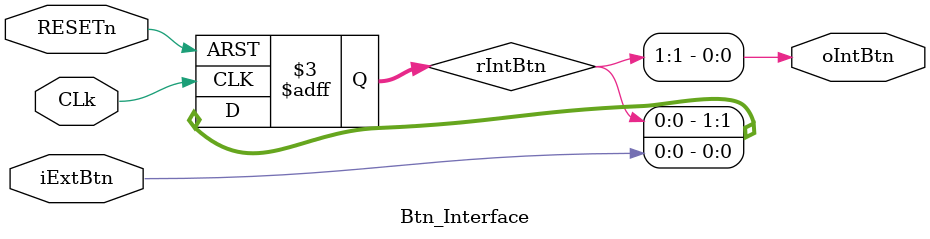
<source format=v>
module Btn_Interface (
    input  wire CLk,
    input  wire RESETn,
    input  wire iExtBtn,
    output wire oIntBtn
);
  reg [1:0] rIntBtn;
  assign oIntBtn = rIntBtn[1];

  always @(posedge CLk or negedge RESETn) begin : u_rIntBtn
    if (RESETn == 1'd0) begin
      rIntBtn <= 2'd3;  // 2b'11 (default high signal)
    end else begin
      rIntBtn <= {rIntBtn[0], iExtBtn};
    end
  end
endmodule

</source>
